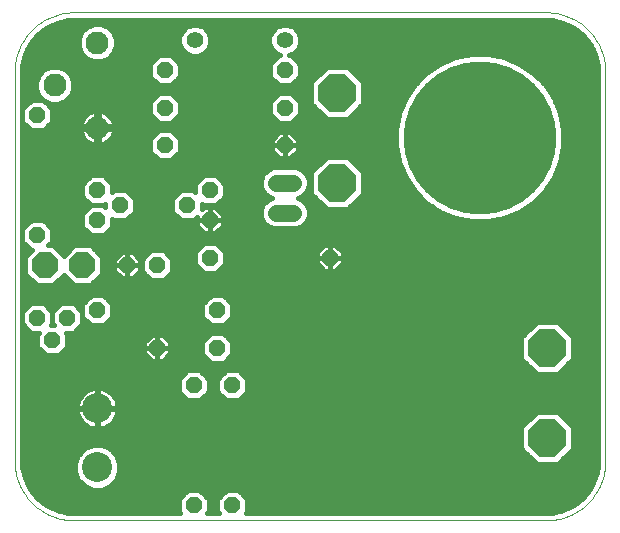
<source format=gbl>
G75*
G70*
%OFA0B0*%
%FSLAX24Y24*%
%IPPOS*%
%LPD*%
%AMOC8*
5,1,8,0,0,1.08239X$1,22.5*
%
%ADD10C,0.0000*%
%ADD11OC8,0.0520*%
%ADD12C,0.0554*%
%ADD13C,0.1000*%
%ADD14C,0.0768*%
%ADD15OC8,0.0850*%
%ADD16OC8,0.1250*%
%ADD17C,0.0560*%
%ADD18C,0.5100*%
%ADD19C,0.0160*%
D10*
X002741Y002926D02*
X002741Y010406D01*
X002741Y015918D01*
X002743Y016012D01*
X002750Y016105D01*
X002761Y016198D01*
X002777Y016291D01*
X002797Y016382D01*
X002821Y016473D01*
X002849Y016562D01*
X002882Y016650D01*
X002919Y016736D01*
X002960Y016820D01*
X003005Y016903D01*
X003054Y016983D01*
X003106Y017060D01*
X003162Y017135D01*
X003222Y017207D01*
X003285Y017277D01*
X003351Y017343D01*
X003421Y017406D01*
X003493Y017466D01*
X003568Y017522D01*
X003645Y017574D01*
X003725Y017623D01*
X003808Y017668D01*
X003892Y017709D01*
X003978Y017746D01*
X004066Y017779D01*
X004155Y017807D01*
X004246Y017831D01*
X004337Y017851D01*
X004430Y017867D01*
X004523Y017878D01*
X004616Y017885D01*
X004710Y017887D01*
X010419Y017887D01*
X020458Y017887D01*
X020552Y017885D01*
X020645Y017878D01*
X020738Y017867D01*
X020831Y017851D01*
X020922Y017831D01*
X021013Y017807D01*
X021102Y017779D01*
X021190Y017746D01*
X021276Y017709D01*
X021360Y017668D01*
X021442Y017623D01*
X021523Y017574D01*
X021600Y017522D01*
X021675Y017466D01*
X021747Y017406D01*
X021817Y017343D01*
X021883Y017277D01*
X021946Y017207D01*
X022006Y017135D01*
X022062Y017060D01*
X022114Y016983D01*
X022163Y016902D01*
X022208Y016820D01*
X022249Y016736D01*
X022286Y016650D01*
X022319Y016562D01*
X022347Y016473D01*
X022371Y016382D01*
X022391Y016291D01*
X022407Y016198D01*
X022418Y016105D01*
X022425Y016012D01*
X022427Y015918D01*
X022426Y015918D02*
X022426Y011194D01*
X022426Y002926D01*
X022427Y002926D02*
X022425Y002832D01*
X022418Y002739D01*
X022407Y002646D01*
X022391Y002553D01*
X022371Y002462D01*
X022347Y002371D01*
X022319Y002282D01*
X022286Y002194D01*
X022249Y002108D01*
X022208Y002024D01*
X022163Y001942D01*
X022114Y001861D01*
X022062Y001784D01*
X022006Y001709D01*
X021946Y001637D01*
X021883Y001567D01*
X021817Y001501D01*
X021747Y001438D01*
X021675Y001378D01*
X021600Y001322D01*
X021523Y001270D01*
X021443Y001221D01*
X021360Y001176D01*
X021276Y001135D01*
X021190Y001098D01*
X021102Y001065D01*
X021013Y001037D01*
X020922Y001013D01*
X020831Y000993D01*
X020738Y000977D01*
X020645Y000966D01*
X020552Y000959D01*
X020458Y000957D01*
X014946Y000957D01*
X004710Y000957D01*
X004616Y000959D01*
X004523Y000966D01*
X004430Y000977D01*
X004337Y000993D01*
X004246Y001013D01*
X004155Y001037D01*
X004066Y001065D01*
X003978Y001098D01*
X003892Y001135D01*
X003808Y001176D01*
X003725Y001221D01*
X003645Y001270D01*
X003568Y001322D01*
X003493Y001378D01*
X003421Y001438D01*
X003351Y001501D01*
X003285Y001567D01*
X003222Y001637D01*
X003162Y001709D01*
X003106Y001784D01*
X003054Y001861D01*
X003005Y001942D01*
X002960Y002024D01*
X002919Y002108D01*
X002882Y002194D01*
X002849Y002282D01*
X002821Y002371D01*
X002797Y002462D01*
X002777Y002553D01*
X002761Y002646D01*
X002750Y002739D01*
X002743Y002832D01*
X002741Y002926D01*
D11*
X007491Y006707D03*
X008704Y005457D03*
X009991Y005457D03*
X009491Y006707D03*
X009491Y007957D03*
X007491Y009457D03*
X006491Y009457D03*
X005491Y010957D03*
X006241Y011457D03*
X005491Y011957D03*
X003491Y010457D03*
X005491Y007957D03*
X004491Y007707D03*
X003991Y006957D03*
X003491Y007707D03*
X008491Y011457D03*
X009241Y010957D03*
X009241Y011957D03*
X007741Y013457D03*
X007741Y014707D03*
X007741Y015957D03*
X011741Y015957D03*
X011741Y014707D03*
X011741Y013457D03*
X013241Y009707D03*
X009241Y009707D03*
X003491Y014457D03*
X008704Y001457D03*
X009991Y001457D03*
D12*
X008741Y016957D03*
X011741Y016957D03*
D13*
X005491Y004692D03*
X005491Y002723D03*
D14*
X005491Y014037D03*
X004071Y015457D03*
X005491Y016877D03*
D15*
X004991Y009457D03*
X003741Y009457D03*
D16*
X013491Y012207D03*
X013491Y015207D03*
X020491Y006707D03*
X020491Y003707D03*
D17*
X012021Y011207D02*
X011461Y011207D01*
X011461Y012207D02*
X012021Y012207D01*
D18*
X018241Y013707D03*
X015741Y005207D03*
D19*
X003246Y002006D02*
X003078Y002355D01*
X002992Y002732D01*
X002981Y002926D01*
X002981Y002974D01*
X002981Y010359D01*
X002981Y015918D01*
X002992Y016112D01*
X003078Y016489D01*
X003246Y016838D01*
X003488Y017140D01*
X003790Y017382D01*
X004139Y017550D01*
X004516Y017636D01*
X004710Y017647D01*
X010466Y017647D01*
X020458Y017647D01*
X020651Y017636D01*
X021029Y017550D01*
X021378Y017382D01*
X021680Y017140D01*
X021921Y016838D01*
X022089Y016489D01*
X022176Y016112D01*
X022186Y015918D01*
X022186Y015878D01*
X022186Y015870D01*
X022186Y011146D01*
X022186Y002926D01*
X022176Y002732D01*
X022089Y002355D01*
X021921Y002006D01*
X021680Y001704D01*
X021378Y001462D01*
X021029Y001294D01*
X020651Y001208D01*
X020458Y001197D01*
X020426Y001197D01*
X020410Y001197D01*
X014898Y001197D01*
X010438Y001197D01*
X010491Y001250D01*
X010491Y001665D01*
X010199Y001957D01*
X009784Y001957D01*
X009491Y001665D01*
X009491Y001250D01*
X009544Y001197D01*
X009151Y001197D01*
X009204Y001250D01*
X009204Y001665D01*
X008911Y001957D01*
X008497Y001957D01*
X008204Y001665D01*
X008204Y001250D01*
X008257Y001197D01*
X004710Y001197D01*
X004516Y001208D01*
X004139Y001294D01*
X003790Y001462D01*
X003488Y001704D01*
X003246Y002006D01*
X003217Y002067D02*
X005141Y002067D01*
X005072Y002096D02*
X005344Y001983D01*
X005639Y001983D01*
X005911Y002096D01*
X006119Y002304D01*
X006231Y002576D01*
X006231Y002870D01*
X006119Y003142D01*
X005911Y003351D01*
X005639Y003463D01*
X005344Y003463D01*
X005072Y003351D01*
X004864Y003142D01*
X004751Y002870D01*
X004751Y002576D01*
X004864Y002304D01*
X005072Y002096D01*
X004942Y002226D02*
X003141Y002226D01*
X003072Y002384D02*
X004831Y002384D01*
X004765Y002543D02*
X003036Y002543D01*
X002999Y002701D02*
X004751Y002701D01*
X004751Y002860D02*
X002985Y002860D01*
X002981Y003019D02*
X004813Y003019D01*
X004899Y003177D02*
X002981Y003177D01*
X002981Y003336D02*
X005057Y003336D01*
X005272Y004046D02*
X005190Y004081D01*
X005113Y004125D01*
X005042Y004179D01*
X004979Y004242D01*
X004925Y004313D01*
X004880Y004390D01*
X004846Y004473D01*
X004823Y004559D01*
X004811Y004647D01*
X004811Y004673D01*
X005473Y004673D01*
X005510Y004673D01*
X005510Y004012D01*
X005536Y004012D01*
X005624Y004023D01*
X005710Y004046D01*
X005793Y004081D01*
X005870Y004125D01*
X005941Y004179D01*
X006004Y004242D01*
X006058Y004313D01*
X006103Y004390D01*
X006137Y004473D01*
X006160Y004559D01*
X006171Y004647D01*
X006171Y004673D01*
X005510Y004673D01*
X005510Y004710D01*
X006171Y004710D01*
X006171Y004736D01*
X006160Y004825D01*
X006137Y004911D01*
X006103Y004993D01*
X006058Y005070D01*
X006004Y005141D01*
X005941Y005204D01*
X005870Y005258D01*
X005793Y005303D01*
X005710Y005337D01*
X005624Y005360D01*
X005536Y005372D01*
X005510Y005372D01*
X005510Y004710D01*
X005473Y004710D01*
X005473Y004673D01*
X005473Y004012D01*
X005447Y004012D01*
X005358Y004023D01*
X005272Y004046D01*
X005109Y004128D02*
X002981Y004128D01*
X002981Y003970D02*
X019626Y003970D01*
X019626Y004066D02*
X019626Y003349D01*
X020133Y002842D01*
X020850Y002842D01*
X021356Y003349D01*
X021356Y004066D01*
X020850Y004572D01*
X020133Y004572D01*
X019626Y004066D01*
X019689Y004128D02*
X005874Y004128D01*
X006038Y004287D02*
X019848Y004287D01*
X020006Y004445D02*
X006125Y004445D01*
X006166Y004604D02*
X022186Y004604D01*
X022186Y004763D02*
X006168Y004763D01*
X006132Y004921D02*
X022186Y004921D01*
X022186Y005080D02*
X010321Y005080D01*
X010199Y004957D02*
X010491Y005250D01*
X010491Y005665D01*
X010199Y005957D01*
X009784Y005957D01*
X009491Y005665D01*
X009491Y005250D01*
X009784Y004957D01*
X010199Y004957D01*
X010479Y005238D02*
X022186Y005238D01*
X022186Y005397D02*
X010491Y005397D01*
X010491Y005555D02*
X022186Y005555D01*
X022186Y005714D02*
X010442Y005714D01*
X010284Y005872D02*
X020103Y005872D01*
X020133Y005842D02*
X020850Y005842D01*
X021356Y006349D01*
X021356Y007066D01*
X020850Y007572D01*
X020133Y007572D01*
X019626Y007066D01*
X019626Y006349D01*
X020133Y005842D01*
X019945Y006031D02*
X002981Y006031D01*
X002981Y006189D02*
X019786Y006189D01*
X019628Y006348D02*
X009839Y006348D01*
X009699Y006207D02*
X009991Y006500D01*
X009991Y006915D01*
X009699Y007207D01*
X009284Y007207D01*
X008991Y006915D01*
X008991Y006500D01*
X009284Y006207D01*
X009699Y006207D01*
X009699Y005872D02*
X008996Y005872D01*
X008911Y005957D02*
X008497Y005957D01*
X008204Y005665D01*
X008204Y005250D01*
X008497Y004957D01*
X008911Y004957D01*
X009204Y005250D01*
X009204Y005665D01*
X008911Y005957D01*
X009155Y005714D02*
X009541Y005714D01*
X009491Y005555D02*
X009204Y005555D01*
X009204Y005397D02*
X009491Y005397D01*
X009504Y005238D02*
X009192Y005238D01*
X009033Y005080D02*
X009662Y005080D01*
X008412Y005872D02*
X002981Y005872D01*
X002981Y005714D02*
X008253Y005714D01*
X008204Y005555D02*
X002981Y005555D01*
X002981Y005397D02*
X008204Y005397D01*
X008216Y005238D02*
X005896Y005238D01*
X006051Y005080D02*
X008375Y005080D01*
X007674Y006267D02*
X007931Y006525D01*
X007931Y006707D01*
X007492Y006707D01*
X007492Y006708D01*
X007931Y006708D01*
X007931Y006890D01*
X007674Y007147D01*
X007492Y007147D01*
X007492Y006708D01*
X007491Y006708D01*
X007491Y007147D01*
X007309Y007147D01*
X007051Y006890D01*
X007051Y006708D01*
X007491Y006708D01*
X007491Y006707D01*
X007492Y006707D01*
X007492Y006267D01*
X007674Y006267D01*
X007754Y006348D02*
X009144Y006348D01*
X008991Y006506D02*
X007913Y006506D01*
X007931Y006665D02*
X008991Y006665D01*
X008991Y006824D02*
X007931Y006824D01*
X007839Y006982D02*
X009059Y006982D01*
X009218Y007141D02*
X007680Y007141D01*
X007492Y007141D02*
X007491Y007141D01*
X007491Y006982D02*
X007492Y006982D01*
X007491Y006824D02*
X007492Y006824D01*
X007491Y006707D02*
X007051Y006707D01*
X007051Y006525D01*
X007309Y006267D01*
X007491Y006267D01*
X007491Y006707D01*
X007491Y006665D02*
X007492Y006665D01*
X007491Y006506D02*
X007492Y006506D01*
X007491Y006348D02*
X007492Y006348D01*
X007229Y006348D02*
X002981Y006348D01*
X002981Y006506D02*
X003735Y006506D01*
X003784Y006457D02*
X004199Y006457D01*
X004491Y006750D01*
X004491Y007165D01*
X004448Y007207D01*
X004699Y007207D01*
X004991Y007500D01*
X004991Y007915D01*
X004699Y008207D01*
X004284Y008207D01*
X003991Y007915D01*
X003699Y008207D01*
X003284Y008207D01*
X002991Y007915D01*
X002991Y007500D01*
X003284Y007207D01*
X003534Y007207D01*
X003491Y007165D01*
X003491Y006750D01*
X003784Y006457D01*
X003577Y006665D02*
X002981Y006665D01*
X002981Y006824D02*
X003491Y006824D01*
X003491Y006982D02*
X002981Y006982D01*
X002981Y007141D02*
X003491Y007141D01*
X003193Y007299D02*
X002981Y007299D01*
X002981Y007458D02*
X003034Y007458D01*
X002991Y007616D02*
X002981Y007616D01*
X002981Y007775D02*
X002991Y007775D01*
X002981Y007933D02*
X003010Y007933D01*
X002981Y008092D02*
X003169Y008092D01*
X002981Y008250D02*
X005077Y008250D01*
X004991Y008165D02*
X004991Y007750D01*
X005284Y007457D01*
X005699Y007457D01*
X005991Y007750D01*
X005991Y008165D01*
X005699Y008457D01*
X005284Y008457D01*
X004991Y008165D01*
X004991Y008092D02*
X004814Y008092D01*
X004973Y007933D02*
X004991Y007933D01*
X004991Y007775D02*
X004991Y007775D01*
X004991Y007616D02*
X005125Y007616D01*
X005284Y007458D02*
X004949Y007458D01*
X004790Y007299D02*
X019860Y007299D01*
X019701Y007141D02*
X009765Y007141D01*
X009924Y006982D02*
X019626Y006982D01*
X019626Y006824D02*
X009991Y006824D01*
X009991Y006665D02*
X019626Y006665D01*
X019626Y006506D02*
X009991Y006506D01*
X009699Y007457D02*
X009284Y007457D01*
X008991Y007750D01*
X008991Y008165D01*
X009284Y008457D01*
X009699Y008457D01*
X009991Y008165D01*
X009991Y007750D01*
X009699Y007457D01*
X009699Y007458D02*
X020018Y007458D01*
X020964Y007458D02*
X022186Y007458D01*
X022186Y007616D02*
X009857Y007616D01*
X009991Y007775D02*
X022186Y007775D01*
X022186Y007933D02*
X009991Y007933D01*
X009991Y008092D02*
X022186Y008092D01*
X022186Y008250D02*
X009905Y008250D01*
X009747Y008409D02*
X022186Y008409D01*
X022186Y008568D02*
X002981Y008568D01*
X002981Y008726D02*
X022186Y008726D01*
X022186Y008885D02*
X005359Y008885D01*
X005267Y008792D02*
X005656Y009182D01*
X005656Y009733D01*
X005267Y010122D01*
X004716Y010122D01*
X004366Y009773D01*
X004017Y010122D01*
X003863Y010122D01*
X003991Y010250D01*
X003991Y010665D01*
X003699Y010957D01*
X003284Y010957D01*
X002991Y010665D01*
X002991Y010250D01*
X003284Y009957D01*
X003301Y009957D01*
X003076Y009733D01*
X003076Y009182D01*
X003466Y008792D01*
X004017Y008792D01*
X004366Y009142D01*
X004716Y008792D01*
X005267Y008792D01*
X005518Y009043D02*
X006283Y009043D01*
X006309Y009017D02*
X006491Y009017D01*
X006491Y009457D01*
X006492Y009457D01*
X006492Y009458D01*
X006931Y009458D01*
X006931Y009640D01*
X006674Y009897D01*
X006492Y009897D01*
X006492Y009458D01*
X006491Y009458D01*
X006491Y009897D01*
X006309Y009897D01*
X006051Y009640D01*
X006051Y009458D01*
X006491Y009458D01*
X006491Y009457D01*
X006051Y009457D01*
X006051Y009275D01*
X006309Y009017D01*
X006492Y009017D02*
X006674Y009017D01*
X006931Y009275D01*
X006931Y009457D01*
X006492Y009457D01*
X006492Y009017D01*
X006491Y009043D02*
X006492Y009043D01*
X006491Y009202D02*
X006492Y009202D01*
X006491Y009360D02*
X006492Y009360D01*
X006491Y009519D02*
X006492Y009519D01*
X006491Y009677D02*
X006492Y009677D01*
X006491Y009836D02*
X006492Y009836D01*
X006735Y009836D02*
X007163Y009836D01*
X007284Y009957D02*
X006991Y009665D01*
X006991Y009250D01*
X007284Y008957D01*
X007699Y008957D01*
X007991Y009250D01*
X007991Y009665D01*
X007699Y009957D01*
X007284Y009957D01*
X007004Y009677D02*
X006894Y009677D01*
X006931Y009519D02*
X006991Y009519D01*
X006991Y009360D02*
X006931Y009360D01*
X006858Y009202D02*
X007040Y009202D01*
X007199Y009043D02*
X006699Y009043D01*
X006125Y009202D02*
X005656Y009202D01*
X005656Y009360D02*
X006051Y009360D01*
X006051Y009519D02*
X005656Y009519D01*
X005656Y009677D02*
X006089Y009677D01*
X006248Y009836D02*
X005553Y009836D01*
X005395Y009994D02*
X008821Y009994D01*
X008741Y009915D02*
X008741Y009500D01*
X009034Y009207D01*
X009449Y009207D01*
X009741Y009500D01*
X009741Y009915D01*
X009449Y010207D01*
X009034Y010207D01*
X008741Y009915D01*
X008741Y009836D02*
X007820Y009836D01*
X007979Y009677D02*
X008741Y009677D01*
X008741Y009519D02*
X007991Y009519D01*
X007991Y009360D02*
X008881Y009360D01*
X009601Y009360D02*
X012966Y009360D01*
X013059Y009267D02*
X013241Y009267D01*
X013241Y009707D01*
X013242Y009707D01*
X013242Y009708D01*
X013681Y009708D01*
X013681Y009890D01*
X013424Y010147D01*
X013242Y010147D01*
X013242Y009708D01*
X013241Y009708D01*
X013241Y010147D01*
X013059Y010147D01*
X012801Y009890D01*
X012801Y009708D01*
X013241Y009708D01*
X013241Y009707D01*
X012801Y009707D01*
X012801Y009525D01*
X013059Y009267D01*
X013242Y009267D02*
X013424Y009267D01*
X013681Y009525D01*
X013681Y009707D01*
X013242Y009707D01*
X013242Y009267D01*
X013241Y009360D02*
X013242Y009360D01*
X013241Y009519D02*
X013242Y009519D01*
X013241Y009677D02*
X013242Y009677D01*
X013241Y009836D02*
X013242Y009836D01*
X013241Y009994D02*
X013242Y009994D01*
X013577Y009994D02*
X022186Y009994D01*
X022186Y009836D02*
X013681Y009836D01*
X013681Y009677D02*
X022186Y009677D01*
X022186Y009519D02*
X013675Y009519D01*
X013516Y009360D02*
X022186Y009360D01*
X022186Y009202D02*
X007943Y009202D01*
X007784Y009043D02*
X022186Y009043D01*
X022186Y010153D02*
X009503Y010153D01*
X009661Y009994D02*
X012906Y009994D01*
X012801Y009836D02*
X009741Y009836D01*
X009741Y009677D02*
X012801Y009677D01*
X012808Y009519D02*
X009741Y009519D01*
X008980Y010153D02*
X003894Y010153D01*
X003991Y010312D02*
X022186Y010312D01*
X022186Y010470D02*
X005711Y010470D01*
X005699Y010457D02*
X005991Y010750D01*
X005991Y011000D01*
X006034Y010957D01*
X006449Y010957D01*
X006741Y011250D01*
X006741Y011665D01*
X006449Y011957D01*
X006034Y011957D01*
X005991Y011914D01*
X005991Y012165D01*
X005699Y012457D01*
X005284Y012457D01*
X004991Y012165D01*
X004991Y011750D01*
X005284Y011457D01*
X004991Y011165D01*
X004991Y010750D01*
X005284Y010457D01*
X005699Y010457D01*
X005870Y010629D02*
X008948Y010629D01*
X009059Y010517D02*
X008801Y010775D01*
X008801Y010957D01*
X009241Y010957D01*
X009242Y010957D01*
X009242Y010958D01*
X009681Y010958D01*
X009681Y011140D01*
X009424Y011397D01*
X009242Y011397D01*
X009242Y010958D01*
X009241Y010958D01*
X009241Y011397D01*
X009059Y011397D01*
X008991Y011330D01*
X008991Y011500D01*
X009034Y011457D01*
X009449Y011457D01*
X009741Y011750D01*
X009741Y012165D01*
X009449Y012457D01*
X009034Y012457D01*
X008741Y012165D01*
X008741Y011914D01*
X008699Y011957D01*
X008284Y011957D01*
X007991Y011665D01*
X007991Y011250D01*
X008284Y010957D01*
X008699Y010957D01*
X008801Y011060D01*
X008801Y010958D01*
X009241Y010958D01*
X009241Y010957D01*
X009241Y010517D01*
X009059Y010517D01*
X009242Y010517D02*
X009424Y010517D01*
X009681Y010775D01*
X009681Y010957D01*
X009242Y010957D01*
X009242Y010517D01*
X009241Y010629D02*
X009242Y010629D01*
X009241Y010787D02*
X009242Y010787D01*
X009241Y010946D02*
X009242Y010946D01*
X009241Y011104D02*
X009242Y011104D01*
X009241Y011263D02*
X009242Y011263D01*
X008991Y011421D02*
X010987Y011421D01*
X011021Y011502D02*
X010941Y011311D01*
X010941Y011104D01*
X011021Y010913D01*
X011167Y010767D01*
X011358Y010687D01*
X012125Y010687D01*
X012316Y010767D01*
X012462Y010913D01*
X012541Y011104D01*
X012541Y011311D01*
X012462Y011502D01*
X012316Y011648D01*
X012173Y011707D01*
X012316Y011767D01*
X012462Y011913D01*
X012541Y012104D01*
X012541Y012311D01*
X012462Y012502D01*
X012316Y012648D01*
X012125Y012727D01*
X011358Y012727D01*
X011167Y012648D01*
X011021Y012502D01*
X010941Y012311D01*
X010941Y012104D01*
X011021Y011913D01*
X011167Y011767D01*
X011310Y011707D01*
X011167Y011648D01*
X011021Y011502D01*
X011098Y011580D02*
X009571Y011580D01*
X009729Y011738D02*
X011235Y011738D01*
X011037Y011897D02*
X009741Y011897D01*
X009741Y012056D02*
X010961Y012056D01*
X010941Y012214D02*
X009692Y012214D01*
X009533Y012373D02*
X010967Y012373D01*
X011050Y012531D02*
X002981Y012531D01*
X002981Y012373D02*
X005199Y012373D01*
X005041Y012214D02*
X002981Y012214D01*
X002981Y012056D02*
X004991Y012056D01*
X004991Y011897D02*
X002981Y011897D01*
X002981Y011738D02*
X005003Y011738D01*
X005162Y011580D02*
X002981Y011580D01*
X002981Y011421D02*
X005248Y011421D01*
X005284Y011457D02*
X005699Y011457D01*
X005741Y011414D01*
X005741Y011500D01*
X005699Y011457D01*
X005284Y011457D01*
X005090Y011263D02*
X002981Y011263D01*
X002981Y011104D02*
X004991Y011104D01*
X004991Y010946D02*
X003710Y010946D01*
X003869Y010787D02*
X004991Y010787D01*
X005113Y010629D02*
X003991Y010629D01*
X003991Y010470D02*
X005272Y010470D01*
X005991Y010787D02*
X008801Y010787D01*
X008801Y010946D02*
X005991Y010946D01*
X005741Y011421D02*
X005735Y011421D01*
X006509Y011897D02*
X008224Y011897D01*
X008065Y011738D02*
X006668Y011738D01*
X006741Y011580D02*
X007991Y011580D01*
X007991Y011421D02*
X006741Y011421D01*
X006741Y011263D02*
X007991Y011263D01*
X008138Y011104D02*
X006595Y011104D01*
X005991Y012056D02*
X008741Y012056D01*
X008791Y012214D02*
X005942Y012214D01*
X005783Y012373D02*
X008949Y012373D01*
X008156Y013165D02*
X011411Y013165D01*
X011301Y013275D02*
X011559Y013017D01*
X011741Y013017D01*
X011741Y013457D01*
X011742Y013457D01*
X011742Y013458D01*
X012181Y013458D01*
X012181Y013640D01*
X011924Y013897D01*
X011742Y013897D01*
X011742Y013458D01*
X011741Y013458D01*
X011741Y013897D01*
X011559Y013897D01*
X011301Y013640D01*
X011301Y013458D01*
X011741Y013458D01*
X011741Y013457D01*
X011301Y013457D01*
X011301Y013275D01*
X011301Y013324D02*
X008241Y013324D01*
X008241Y013250D02*
X007949Y012957D01*
X007534Y012957D01*
X007241Y013250D01*
X007241Y013665D01*
X007534Y013957D01*
X007949Y013957D01*
X008241Y013665D01*
X008241Y013250D01*
X008241Y013482D02*
X011301Y013482D01*
X011303Y013641D02*
X008241Y013641D01*
X008106Y013799D02*
X011461Y013799D01*
X011741Y013799D02*
X011742Y013799D01*
X011741Y013641D02*
X011742Y013641D01*
X011741Y013482D02*
X011742Y013482D01*
X011742Y013457D02*
X012181Y013457D01*
X012181Y013275D01*
X011924Y013017D01*
X011742Y013017D01*
X011742Y013457D01*
X011741Y013324D02*
X011742Y013324D01*
X011741Y013165D02*
X011742Y013165D01*
X012071Y013165D02*
X015505Y013165D01*
X015536Y013007D02*
X013915Y013007D01*
X013850Y013072D02*
X013133Y013072D01*
X012626Y012566D01*
X012626Y011849D01*
X013133Y011342D01*
X013850Y011342D01*
X014356Y011849D01*
X014356Y012566D01*
X013850Y013072D01*
X014074Y012848D02*
X015577Y012848D01*
X015559Y012894D02*
X015769Y012386D01*
X016074Y011929D01*
X016463Y011540D01*
X016920Y011235D01*
X017428Y011025D01*
X017967Y010917D01*
X018516Y010917D01*
X019055Y011025D01*
X019563Y011235D01*
X020020Y011540D01*
X020409Y011929D01*
X020714Y012386D01*
X020924Y012894D01*
X021031Y013433D01*
X021031Y013982D01*
X020924Y014521D01*
X020714Y015029D01*
X020409Y015486D01*
X020020Y015875D01*
X019563Y016180D01*
X019055Y016390D01*
X018516Y016497D01*
X017967Y016497D01*
X017428Y016390D01*
X016920Y016180D01*
X016463Y015875D01*
X016074Y015486D01*
X015769Y015029D01*
X015559Y014521D01*
X015451Y013982D01*
X015451Y013433D01*
X015559Y012894D01*
X015643Y012690D02*
X014232Y012690D01*
X014356Y012531D02*
X015709Y012531D01*
X015778Y012373D02*
X014356Y012373D01*
X014356Y012214D02*
X015884Y012214D01*
X015990Y012056D02*
X014356Y012056D01*
X014356Y011897D02*
X016106Y011897D01*
X016265Y011738D02*
X014246Y011738D01*
X014087Y011580D02*
X016423Y011580D01*
X016641Y011421D02*
X013929Y011421D01*
X013054Y011421D02*
X012496Y011421D01*
X012541Y011263D02*
X016878Y011263D01*
X017235Y011104D02*
X012541Y011104D01*
X012476Y010946D02*
X017825Y010946D01*
X018658Y010946D02*
X022186Y010946D01*
X022186Y011104D02*
X019247Y011104D01*
X019605Y011263D02*
X022186Y011263D01*
X022186Y011421D02*
X019842Y011421D01*
X020059Y011580D02*
X022186Y011580D01*
X022186Y011738D02*
X020218Y011738D01*
X020377Y011897D02*
X022186Y011897D01*
X022186Y012056D02*
X020493Y012056D01*
X020599Y012214D02*
X022186Y012214D01*
X022186Y012373D02*
X020705Y012373D01*
X020774Y012531D02*
X022186Y012531D01*
X022186Y012690D02*
X020840Y012690D01*
X020905Y012848D02*
X022186Y012848D01*
X022186Y013007D02*
X020947Y013007D01*
X020978Y013165D02*
X022186Y013165D01*
X022186Y013324D02*
X021010Y013324D01*
X021031Y013482D02*
X022186Y013482D01*
X022186Y013641D02*
X021031Y013641D01*
X021031Y013799D02*
X022186Y013799D01*
X022186Y013958D02*
X021031Y013958D01*
X021005Y014117D02*
X022186Y014117D01*
X022186Y014275D02*
X020973Y014275D01*
X020942Y014434D02*
X022186Y014434D01*
X022186Y014592D02*
X020895Y014592D01*
X020829Y014751D02*
X022186Y014751D01*
X022186Y014909D02*
X020763Y014909D01*
X020688Y015068D02*
X022186Y015068D01*
X022186Y015226D02*
X020582Y015226D01*
X020476Y015385D02*
X022186Y015385D01*
X022186Y015543D02*
X020351Y015543D01*
X020192Y015702D02*
X022186Y015702D01*
X022186Y015861D02*
X020034Y015861D01*
X019804Y016019D02*
X022181Y016019D01*
X022161Y016178D02*
X019566Y016178D01*
X019186Y016336D02*
X022124Y016336D01*
X022087Y016495D02*
X018530Y016495D01*
X017953Y016495D02*
X011976Y016495D01*
X011949Y016457D02*
X011886Y016457D01*
X012034Y016519D01*
X012180Y016665D01*
X012259Y016855D01*
X012259Y017060D01*
X012180Y017250D01*
X012034Y017396D01*
X011844Y017475D01*
X011639Y017475D01*
X011448Y017396D01*
X011303Y017250D01*
X011224Y017060D01*
X011224Y016855D01*
X011303Y016665D01*
X011448Y016519D01*
X011597Y016457D01*
X011534Y016457D01*
X011241Y016165D01*
X011241Y015750D01*
X011534Y015457D01*
X011949Y015457D01*
X012241Y015750D01*
X012241Y016165D01*
X011949Y016457D01*
X012070Y016336D02*
X017297Y016336D01*
X016916Y016178D02*
X012228Y016178D01*
X012241Y016019D02*
X013080Y016019D01*
X013133Y016072D02*
X012626Y015566D01*
X012626Y014849D01*
X013133Y014342D01*
X013850Y014342D01*
X014356Y014849D01*
X014356Y015566D01*
X013850Y016072D01*
X013133Y016072D01*
X012921Y015861D02*
X012241Y015861D01*
X012193Y015702D02*
X012763Y015702D01*
X012626Y015543D02*
X012034Y015543D01*
X011949Y015207D02*
X011534Y015207D01*
X011241Y014915D01*
X011241Y014500D01*
X011534Y014207D01*
X011949Y014207D01*
X012241Y014500D01*
X012241Y014915D01*
X011949Y015207D01*
X012088Y015068D02*
X012626Y015068D01*
X012626Y015226D02*
X004651Y015226D01*
X004695Y015333D02*
X004600Y015104D01*
X004425Y014929D01*
X004196Y014834D01*
X003947Y014834D01*
X003734Y014922D01*
X003991Y014665D01*
X003991Y014250D01*
X003699Y013957D01*
X003284Y013957D01*
X002991Y014250D01*
X002991Y014665D01*
X003284Y014957D01*
X003689Y014957D01*
X003543Y015104D01*
X003448Y015333D01*
X003448Y015582D01*
X003543Y015811D01*
X003718Y015986D01*
X003947Y016081D01*
X004196Y016081D01*
X004425Y015986D01*
X004600Y015811D01*
X004695Y015582D01*
X004695Y015333D01*
X004695Y015385D02*
X012626Y015385D01*
X012626Y014909D02*
X012241Y014909D01*
X012241Y014751D02*
X012725Y014751D01*
X012883Y014592D02*
X012241Y014592D01*
X012175Y014434D02*
X013042Y014434D01*
X013941Y014434D02*
X015541Y014434D01*
X015510Y014275D02*
X012016Y014275D01*
X012022Y013799D02*
X015451Y013799D01*
X015451Y013641D02*
X012180Y013641D01*
X012181Y013482D02*
X015451Y013482D01*
X015473Y013324D02*
X012181Y013324D01*
X012909Y012848D02*
X002981Y012848D01*
X002981Y012690D02*
X011267Y012690D01*
X012216Y012690D02*
X012750Y012690D01*
X012626Y012531D02*
X012433Y012531D01*
X012516Y012373D02*
X012626Y012373D01*
X012626Y012214D02*
X012541Y012214D01*
X012521Y012056D02*
X012626Y012056D01*
X012626Y011897D02*
X012446Y011897D01*
X012248Y011738D02*
X012737Y011738D01*
X012896Y011580D02*
X012384Y011580D01*
X012336Y010787D02*
X022186Y010787D01*
X022186Y010629D02*
X009535Y010629D01*
X009681Y010787D02*
X011146Y010787D01*
X011007Y010946D02*
X009681Y010946D01*
X009681Y011104D02*
X010941Y011104D01*
X010941Y011263D02*
X009558Y011263D01*
X007998Y013007D02*
X013067Y013007D01*
X011467Y014275D02*
X008016Y014275D01*
X007949Y014207D02*
X008241Y014500D01*
X008241Y014915D01*
X007949Y015207D01*
X007534Y015207D01*
X007241Y014915D01*
X007241Y014500D01*
X007534Y014207D01*
X007949Y014207D01*
X008175Y014434D02*
X011308Y014434D01*
X011241Y014592D02*
X008241Y014592D01*
X008241Y014751D02*
X011241Y014751D01*
X011241Y014909D02*
X008241Y014909D01*
X008088Y015068D02*
X011395Y015068D01*
X011448Y015543D02*
X008034Y015543D01*
X007949Y015457D02*
X008241Y015750D01*
X008241Y016165D01*
X007949Y016457D01*
X007534Y016457D01*
X007241Y016165D01*
X007241Y015750D01*
X007534Y015457D01*
X007949Y015457D01*
X008193Y015702D02*
X011290Y015702D01*
X011241Y015861D02*
X008241Y015861D01*
X008241Y016019D02*
X011241Y016019D01*
X011254Y016178D02*
X008228Y016178D01*
X008070Y016336D02*
X011413Y016336D01*
X011507Y016495D02*
X008976Y016495D01*
X009034Y016519D02*
X008844Y016440D01*
X008639Y016440D01*
X008448Y016519D01*
X008303Y016665D01*
X008224Y016855D01*
X008224Y017060D01*
X008303Y017250D01*
X008448Y017396D01*
X008639Y017475D01*
X008844Y017475D01*
X009034Y017396D01*
X009180Y017250D01*
X009259Y017060D01*
X009259Y016855D01*
X009180Y016665D01*
X009034Y016519D01*
X009169Y016653D02*
X011314Y016653D01*
X011242Y016812D02*
X009241Y016812D01*
X009259Y016970D02*
X011224Y016970D01*
X011253Y017129D02*
X009230Y017129D01*
X009143Y017287D02*
X011340Y017287D01*
X011569Y017446D02*
X008913Y017446D01*
X008569Y017446D02*
X005749Y017446D01*
X005845Y017406D02*
X005616Y017501D01*
X005367Y017501D01*
X005138Y017406D01*
X004963Y017231D01*
X004868Y017002D01*
X004868Y016753D01*
X004963Y016524D01*
X005138Y016349D01*
X005367Y016254D01*
X005616Y016254D01*
X005845Y016349D01*
X006020Y016524D01*
X006115Y016753D01*
X006115Y017002D01*
X006020Y017231D01*
X005845Y017406D01*
X005964Y017287D02*
X008340Y017287D01*
X008253Y017129D02*
X006063Y017129D01*
X006115Y016970D02*
X008224Y016970D01*
X008242Y016812D02*
X006115Y016812D01*
X006074Y016653D02*
X008314Y016653D01*
X008507Y016495D02*
X005991Y016495D01*
X005815Y016336D02*
X007413Y016336D01*
X007254Y016178D02*
X003007Y016178D01*
X002987Y016019D02*
X003797Y016019D01*
X003592Y015861D02*
X002981Y015861D01*
X002981Y015702D02*
X003497Y015702D01*
X003448Y015543D02*
X002981Y015543D01*
X002981Y015385D02*
X003448Y015385D01*
X003492Y015226D02*
X002981Y015226D01*
X002981Y015068D02*
X003579Y015068D01*
X003747Y014909D02*
X003765Y014909D01*
X003905Y014751D02*
X007241Y014751D01*
X007241Y014909D02*
X004378Y014909D01*
X004564Y015068D02*
X007395Y015068D01*
X007448Y015543D02*
X004695Y015543D01*
X004645Y015702D02*
X007290Y015702D01*
X007241Y015861D02*
X004551Y015861D01*
X004346Y016019D02*
X007241Y016019D01*
X007241Y014592D02*
X005593Y014592D01*
X005623Y014587D02*
X005539Y014601D01*
X005539Y014086D01*
X005443Y014086D01*
X005443Y014601D01*
X005359Y014587D01*
X005275Y014560D01*
X005196Y014520D01*
X005124Y014468D01*
X005061Y014405D01*
X005009Y014333D01*
X004969Y014254D01*
X004941Y014170D01*
X004928Y014085D01*
X005443Y014085D01*
X005443Y013989D01*
X005539Y013989D01*
X005539Y013474D01*
X005623Y013488D01*
X005708Y013515D01*
X005787Y013555D01*
X005859Y013607D01*
X005921Y013670D01*
X005974Y013742D01*
X006014Y013821D01*
X006041Y013905D01*
X006055Y013989D01*
X005540Y013989D01*
X005540Y014085D01*
X006055Y014085D01*
X006041Y014170D01*
X006014Y014254D01*
X005974Y014333D01*
X005921Y014405D01*
X005859Y014468D01*
X005787Y014520D01*
X005708Y014560D01*
X005623Y014587D01*
X005539Y014592D02*
X005443Y014592D01*
X005390Y014592D02*
X003991Y014592D01*
X003991Y014434D02*
X005090Y014434D01*
X004980Y014275D02*
X003991Y014275D01*
X003858Y014117D02*
X004933Y014117D01*
X004928Y013989D02*
X004941Y013905D01*
X004969Y013821D01*
X005009Y013742D01*
X005061Y013670D01*
X005124Y013607D01*
X005196Y013555D01*
X005275Y013515D01*
X005359Y013488D01*
X005443Y013474D01*
X005443Y013989D01*
X004928Y013989D01*
X004933Y013958D02*
X003699Y013958D01*
X003284Y013958D02*
X002981Y013958D01*
X002981Y013799D02*
X004980Y013799D01*
X005091Y013641D02*
X002981Y013641D01*
X002981Y013482D02*
X005392Y013482D01*
X005443Y013482D02*
X005539Y013482D01*
X005591Y013482D02*
X007241Y013482D01*
X007241Y013324D02*
X002981Y013324D01*
X002981Y013165D02*
X007326Y013165D01*
X007485Y013007D02*
X002981Y013007D01*
X002981Y014117D02*
X003125Y014117D01*
X002991Y014275D02*
X002981Y014275D01*
X002981Y014434D02*
X002991Y014434D01*
X002981Y014592D02*
X002991Y014592D01*
X002981Y014751D02*
X003078Y014751D01*
X002981Y014909D02*
X003236Y014909D01*
X003043Y016336D02*
X005168Y016336D01*
X004992Y016495D02*
X003081Y016495D01*
X003157Y016653D02*
X004909Y016653D01*
X004868Y016812D02*
X003234Y016812D01*
X003352Y016970D02*
X004868Y016970D01*
X004920Y017129D02*
X003478Y017129D01*
X003672Y017287D02*
X005019Y017287D01*
X005234Y017446D02*
X003924Y017446D01*
X004380Y017605D02*
X020788Y017605D01*
X021244Y017446D02*
X011913Y017446D01*
X012143Y017287D02*
X021496Y017287D01*
X021689Y017129D02*
X012230Y017129D01*
X012259Y016970D02*
X021816Y016970D01*
X021934Y016812D02*
X012241Y016812D01*
X012169Y016653D02*
X022010Y016653D01*
X016679Y016019D02*
X013903Y016019D01*
X014062Y015861D02*
X016449Y015861D01*
X016290Y015702D02*
X014220Y015702D01*
X014356Y015543D02*
X016132Y015543D01*
X016007Y015385D02*
X014356Y015385D01*
X014356Y015226D02*
X015901Y015226D01*
X015795Y015068D02*
X014356Y015068D01*
X014356Y014909D02*
X015719Y014909D01*
X015654Y014751D02*
X014258Y014751D01*
X014099Y014592D02*
X015588Y014592D01*
X015478Y014117D02*
X006050Y014117D01*
X006050Y013958D02*
X015451Y013958D01*
X009236Y008409D02*
X005747Y008409D01*
X005905Y008250D02*
X009077Y008250D01*
X008991Y008092D02*
X005991Y008092D01*
X005991Y007933D02*
X008991Y007933D01*
X008991Y007775D02*
X005991Y007775D01*
X005857Y007616D02*
X009125Y007616D01*
X009284Y007458D02*
X005699Y007458D01*
X005236Y008409D02*
X002981Y008409D01*
X002981Y008885D02*
X003374Y008885D01*
X003215Y009043D02*
X002981Y009043D01*
X002981Y009202D02*
X003076Y009202D01*
X003076Y009360D02*
X002981Y009360D01*
X002981Y009519D02*
X003076Y009519D01*
X003076Y009677D02*
X002981Y009677D01*
X002981Y009836D02*
X003179Y009836D01*
X003247Y009994D02*
X002981Y009994D01*
X002981Y010153D02*
X003089Y010153D01*
X002991Y010312D02*
X002981Y010312D01*
X002981Y010470D02*
X002991Y010470D01*
X002981Y010629D02*
X002991Y010629D01*
X002981Y010787D02*
X003114Y010787D01*
X002981Y010946D02*
X003273Y010946D01*
X004145Y009994D02*
X004588Y009994D01*
X004429Y009836D02*
X004303Y009836D01*
X004268Y009043D02*
X004465Y009043D01*
X004624Y008885D02*
X004109Y008885D01*
X004169Y008092D02*
X003814Y008092D01*
X003973Y007933D02*
X004010Y007933D01*
X003991Y007915D02*
X003991Y007500D01*
X003948Y007457D01*
X004034Y007457D01*
X003991Y007500D01*
X003991Y007915D01*
X003991Y007775D02*
X003991Y007775D01*
X003991Y007616D02*
X003991Y007616D01*
X003949Y007458D02*
X004034Y007458D01*
X004491Y007141D02*
X007302Y007141D01*
X007144Y006982D02*
X004491Y006982D01*
X004491Y006824D02*
X007051Y006824D01*
X007051Y006665D02*
X004406Y006665D01*
X004248Y006506D02*
X007070Y006506D01*
X005473Y005372D02*
X005447Y005372D01*
X005358Y005360D01*
X005272Y005337D01*
X005190Y005303D01*
X005113Y005258D01*
X005042Y005204D01*
X004979Y005141D01*
X004925Y005070D01*
X004880Y004993D01*
X004846Y004911D01*
X004823Y004825D01*
X004811Y004736D01*
X004811Y004710D01*
X005473Y004710D01*
X005473Y005372D01*
X005473Y005238D02*
X005510Y005238D01*
X005510Y005080D02*
X005473Y005080D01*
X005473Y004921D02*
X005510Y004921D01*
X005510Y004763D02*
X005473Y004763D01*
X005473Y004604D02*
X005510Y004604D01*
X005510Y004445D02*
X005473Y004445D01*
X005473Y004287D02*
X005510Y004287D01*
X005510Y004128D02*
X005473Y004128D01*
X004945Y004287D02*
X002981Y004287D01*
X002981Y004445D02*
X004857Y004445D01*
X004817Y004604D02*
X002981Y004604D01*
X002981Y004763D02*
X004815Y004763D01*
X004850Y004921D02*
X002981Y004921D01*
X002981Y005080D02*
X004932Y005080D01*
X005087Y005238D02*
X002981Y005238D01*
X002981Y003811D02*
X019626Y003811D01*
X019626Y003653D02*
X002981Y003653D01*
X002981Y003494D02*
X019626Y003494D01*
X019640Y003336D02*
X005926Y003336D01*
X006084Y003177D02*
X019799Y003177D01*
X019957Y003019D02*
X006170Y003019D01*
X006231Y002860D02*
X020116Y002860D01*
X020867Y002860D02*
X022183Y002860D01*
X022186Y003019D02*
X021026Y003019D01*
X021184Y003177D02*
X022186Y003177D01*
X022186Y003336D02*
X021343Y003336D01*
X021356Y003494D02*
X022186Y003494D01*
X022186Y003653D02*
X021356Y003653D01*
X021356Y003811D02*
X022186Y003811D01*
X022186Y003970D02*
X021356Y003970D01*
X021294Y004128D02*
X022186Y004128D01*
X022186Y004287D02*
X021135Y004287D01*
X020977Y004445D02*
X022186Y004445D01*
X022186Y005872D02*
X020880Y005872D01*
X021038Y006031D02*
X022186Y006031D01*
X022186Y006189D02*
X021197Y006189D01*
X021355Y006348D02*
X022186Y006348D01*
X022186Y006506D02*
X021356Y006506D01*
X021356Y006665D02*
X022186Y006665D01*
X022186Y006824D02*
X021356Y006824D01*
X021356Y006982D02*
X022186Y006982D01*
X022186Y007141D02*
X021281Y007141D01*
X021123Y007299D02*
X022186Y007299D01*
X022169Y002701D02*
X006231Y002701D01*
X006218Y002543D02*
X022132Y002543D01*
X022096Y002384D02*
X006152Y002384D01*
X006041Y002226D02*
X022027Y002226D01*
X021951Y002067D02*
X005842Y002067D01*
X004226Y001275D02*
X008204Y001275D01*
X008204Y001433D02*
X003851Y001433D01*
X003628Y001592D02*
X008204Y001592D01*
X008290Y001750D02*
X003451Y001750D01*
X003324Y001909D02*
X008448Y001909D01*
X008960Y001909D02*
X009736Y001909D01*
X009577Y001750D02*
X009118Y001750D01*
X009204Y001592D02*
X009491Y001592D01*
X009491Y001433D02*
X009204Y001433D01*
X009204Y001275D02*
X009491Y001275D01*
X010247Y001909D02*
X021844Y001909D01*
X021717Y001750D02*
X010406Y001750D01*
X010491Y001592D02*
X021540Y001592D01*
X021317Y001433D02*
X010491Y001433D01*
X010491Y001275D02*
X020942Y001275D01*
X007241Y013641D02*
X005892Y013641D01*
X006003Y013799D02*
X007376Y013799D01*
X007467Y014275D02*
X006003Y014275D01*
X005893Y014434D02*
X007308Y014434D01*
X005539Y014434D02*
X005443Y014434D01*
X005443Y014275D02*
X005539Y014275D01*
X005539Y014117D02*
X005443Y014117D01*
X005443Y013958D02*
X005539Y013958D01*
X005539Y013799D02*
X005443Y013799D01*
X005443Y013641D02*
X005539Y013641D01*
M02*

</source>
